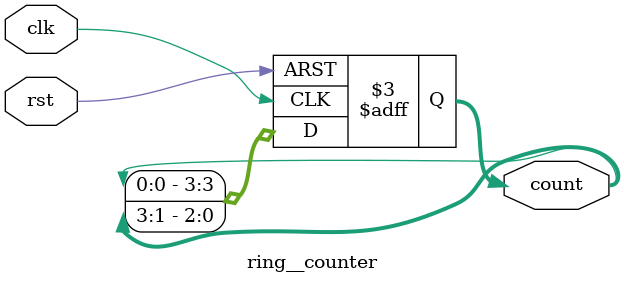
<source format=v>
`timescale 1ns / 1ps


module ring__counter(clk,rst,count);
input clk,rst;
output reg [3:0] count=4'b1000;



always @(posedge clk,posedge rst)
begin
 if(rst)
 count<=4'b1000;
 else
  count<= {count[0],count[3:1]};
  end
  

endmodule

</source>
